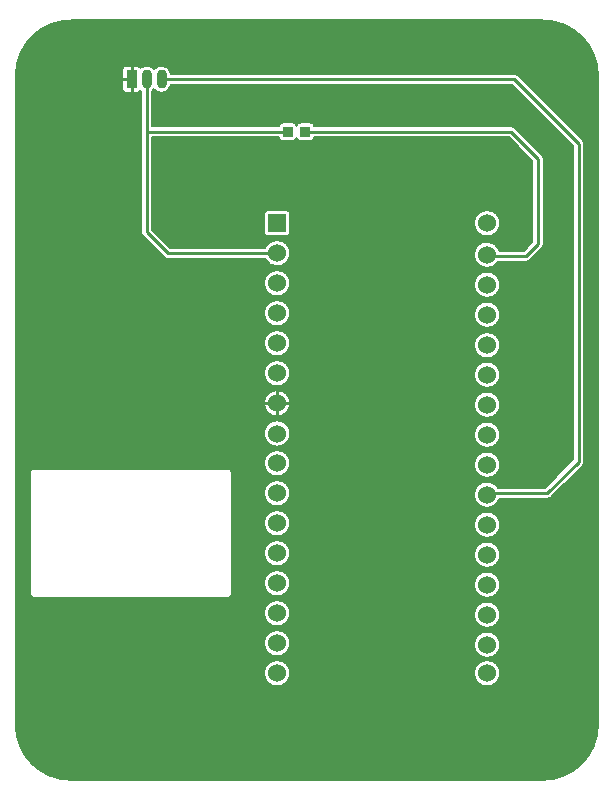
<source format=gtl>
G04 Layer: TopLayer*
G04 EasyEDA Pro v2.1.59.0ce47373.225d47, 2024-05-24 15:24:34*
G04 Gerber Generator version 0.3*
G04 Scale: 100 percent, Rotated: No, Reflected: No*
G04 Dimensions in millimeters*
G04 Leading zeros omitted, absolute positions, 3 integers and 5 decimals*
%FSLAX35Y35*%
%MOMM*%
%ADD8191C,0.2032*%
%ADD10C,0.254*%
%ADD11O,0.9X1.6*%
%ADD12R,0.9X1.6*%
%ADD13R,0.80648X0.86401*%
%ADD14R,1.524X1.524*%
%ADD15C,1.5273*%
%ADD16C,1.524*%
G75*


G04 Copper Start*
G36*
G01X-4503800Y25514D02*
G02X-4967986Y489700I0J464186D01*
G01Y5989700D01*
G02X-4503800Y6453886I464186J0D01*
G01X-503800D01*
G02X-39614Y5989700I0J-464186D01*
G01Y489700D01*
G02X-503800Y25514I-464186J0D01*
G01X-4503800D01*
G37*
%LPC*%
G36*
G01X-1089914Y2438557D02*
G03X-977900Y2326543I112014J0D01*
G03X-871819Y2402586I0J112014D01*
G01X-469900D01*
G03X-435595Y2416795I0J48514D01*
G01X-168895Y2683495D01*
G03X-154686Y2717800I-34305J34305D01*
G01Y5410200D01*
G03X-168895Y5444505I-48514J0D01*
G01X-714995Y5990605D01*
G03X-749300Y6004814I-34305J-34305D01*
G01X-3654124D01*
G03X-3733800Y6072114I-79676J-13514D01*
G03X-3797300Y6041286I0J-80814D01*
G03X-3860800Y6072114I-63500J-49986D01*
G03X-3911704Y6054067I0J-80814D01*
G03X-3942800Y6072114I-31096J-17767D01*
G01X-4032800D01*
G03X-4068614Y6036300I0J-35814D01*
G01Y5876300D01*
G03X-4032800Y5840486I35814J0D01*
G01X-3942800D01*
G03X-3911704Y5858533I0J35814D01*
G03X-3909314Y5856668I50904J62767D01*
G01Y5506925D01*
G01Y4660900D01*
G03X-3895105Y4626595I48514J0D01*
G01X-3717305Y4448795D01*
G03X-3683000Y4434586I34305J34305D01*
G01X-2856863D01*
G03X-2755900Y4371086I100963J48514D01*
G03X-2643886Y4483100I0J112014D01*
G03X-2755900Y4595114I-112014J0D01*
G03X-2856863Y4531614I0J-112014D01*
G01X-3662905D01*
G01X-3812286Y4680995D01*
G01Y5463286D01*
G01X-2741878D01*
G03X-2706460Y5432786I35418J5314D01*
G01X-2625813D01*
G03X-2590800Y5461066I0J35814D01*
G03X-2555787Y5432786I35013J7534D01*
G01X-2475140D01*
G03X-2439722Y5463286I0J35814D01*
G01X-794795D01*
G01X-594614Y5263105D01*
G01Y4579395D01*
G01X-667795Y4506214D01*
G01X-871713D01*
G03X-977900Y4582571I-106187J-35657D01*
G03X-1089914Y4470557I0J-112014D01*
G03X-977900Y4358543I112014J0D01*
G03X-884194Y4409186I0J112014D01*
G01X-647700D01*
G03X-613395Y4423395I0J48514D01*
G01X-511795Y4524995D01*
G03X-497586Y4559300I-34305J34305D01*
G01Y5283200D01*
G03X-511795Y5317505I-48514J0D01*
G01X-740395Y5546105D01*
G03X-774700Y5560314I-34305J-34305D01*
G01X-2439722D01*
G03X-2475140Y5590814I-35418J-5314D01*
G01X-2555787D01*
G03X-2590800Y5562534I0J-35814D01*
G03X-2625813Y5590814I-35013J-7534D01*
G01X-2706460D01*
G03X-2741878Y5560314I0J-35814D01*
G01X-3812286D01*
G01Y5856668D01*
G03X-3797300Y5871314I-48514J64632D01*
G03X-3733800Y5840486I63500J49986D01*
G03X-3654124Y5907786I0J80814D01*
G01X-769395D01*
G01X-251714Y5390105D01*
G01Y2737895D01*
G01X-489995Y2499614D01*
G01X-883990D01*
G03X-977900Y2550571I-93910J-61057D01*
G03X-1089914Y2438557I0J-112014D01*
G37*
G36*
G01X-3174900Y1564386D02*
G03X-3139086Y1600200I0J35814D01*
G01Y2624200D01*
G03X-3174900Y2660014I-35814J0D01*
G01X-4813300D01*
G03X-4849114Y2624200I0J-35814D01*
G01Y1600200D01*
G03X-4813300Y1564386I35814J0D01*
G01X-3174900D01*
G37*
G36*
G01X-977900Y1056543D02*
G03X-865886Y1168557I0J112014D01*
G03X-977900Y1280571I-112014J0D01*
G03X-1089914Y1168557I0J-112014D01*
G03X-977900Y1056543I112014J0D01*
G37*
G36*
G01X-2755900Y1069086D02*
G03X-2643886Y1181100I0J112014D01*
G03X-2755900Y1293114I-112014J0D01*
G03X-2867914Y1181100I0J-112014D01*
G03X-2755900Y1069086I112014J0D01*
G37*
G36*
G01X-1089914Y1422557D02*
G03X-977900Y1310543I112014J0D01*
G03X-865886Y1422557I0J112014D01*
G03X-977900Y1534571I-112014J0D01*
G03X-1089914Y1422557I0J-112014D01*
G37*
G36*
G01X-2755900Y1323086D02*
G03X-2643886Y1435100I0J112014D01*
G03X-2755900Y1547114I-112014J0D01*
G03X-2867914Y1435100I0J-112014D01*
G03X-2755900Y1323086I112014J0D01*
G37*
G36*
G01X-977900Y815086D02*
G03X-865886Y927100I0J112014D01*
G03X-977900Y1039114I-112014J0D01*
G03X-1089914Y927100I0J-112014D01*
G03X-977900Y815086I112014J0D01*
G37*
G36*
G01X-977900Y1564543D02*
G03X-865886Y1676557I0J112014D01*
G03X-977900Y1788571I-112014J0D01*
G03X-1089914Y1676557I0J-112014D01*
G03X-977900Y1564543I112014J0D01*
G37*
G36*
G01X-1089914Y1930557D02*
G03X-977900Y1818543I112014J0D01*
G03X-865886Y1930557I0J112014D01*
G03X-977900Y2042571I-112014J0D01*
G03X-1089914Y1930557I0J-112014D01*
G37*
G36*
G01X-977900Y2072543D02*
G03X-865886Y2184557I0J112014D01*
G03X-977900Y2296571I-112014J0D01*
G03X-1089914Y2184557I0J-112014D01*
G03X-977900Y2072543I112014J0D01*
G37*
G36*
G01X-2755900Y815086D02*
G03X-2643886Y927100I0J112014D01*
G03X-2755900Y1039114I-112014J0D01*
G03X-2867914Y927100I0J-112014D01*
G03X-2755900Y815086I112014J0D01*
G37*
G36*
G01X-2755900Y2593086D02*
G03X-2643886Y2705100I0J112014D01*
G03X-2755900Y2817114I-112014J0D01*
G03X-2867914Y2705100I0J-112014D01*
G03X-2755900Y2593086I112014J0D01*
G37*
G36*
G01X-1089914Y2946557D02*
G03X-977900Y2834543I112014J0D01*
G03X-865886Y2946557I0J112014D01*
G03X-977900Y3058571I-112014J0D01*
G03X-1089914Y2946557I0J-112014D01*
G37*
G36*
G01X-2867914Y2956926D02*
G03X-2755900Y2844912I112014J0D01*
G03X-2643886Y2956926I0J112014D01*
G03X-2755900Y3068940I-112014J0D01*
G03X-2867914Y2956926I0J-112014D01*
G37*
G36*
G01X-1089914Y3200557D02*
G03X-977900Y3088543I112014J0D01*
G03X-865886Y3200557I0J112014D01*
G03X-977900Y3312571I-112014J0D01*
G03X-1089914Y3200557I0J-112014D01*
G37*
G36*
G01X-2755900Y3101086D02*
G03X-2643886Y3213100I0J112014D01*
G03X-2755900Y3325114I-112014J0D01*
G03X-2867914Y3213100I0J-112014D01*
G03X-2755900Y3101086I112014J0D01*
G37*
G36*
G01X-1089914Y3454557D02*
G03X-977900Y3342543I112014J0D01*
G03X-865886Y3454557I0J112014D01*
G03X-977900Y3566571I-112014J0D01*
G03X-1089914Y3454557I0J-112014D01*
G37*
G36*
G01X-2755900Y3355086D02*
G03X-2643886Y3467100I0J112014D01*
G03X-2755900Y3579114I-112014J0D01*
G03X-2867914Y3467100I0J-112014D01*
G03X-2755900Y3355086I112014J0D01*
G37*
G36*
G01X-1089914Y3704350D02*
G03X-977900Y3592336I112014J0D01*
G03X-865886Y3704350I0J112014D01*
G03X-977900Y3816364I-112014J0D01*
G03X-1089914Y3704350I0J-112014D01*
G37*
G36*
G01X-2867914Y3721100D02*
G03X-2755900Y3609086I112014J0D01*
G03X-2643886Y3721100I0J112014D01*
G03X-2755900Y3833114I-112014J0D01*
G03X-2867914Y3721100I0J-112014D01*
G37*
G36*
G01X-1089914Y3962557D02*
G03X-977900Y3850543I112014J0D01*
G03X-865886Y3962557I0J112014D01*
G03X-977900Y4074571I-112014J0D01*
G03X-1089914Y3962557I0J-112014D01*
G37*
G36*
G01X-2755900Y3863086D02*
G03X-2643886Y3975100I0J112014D01*
G03X-2755900Y4087114I-112014J0D01*
G03X-2867914Y3975100I0J-112014D01*
G03X-2755900Y3863086I112014J0D01*
G37*
G36*
G01X-1089914Y4216557D02*
G03X-977900Y4104543I112014J0D01*
G03X-865886Y4216557I0J112014D01*
G03X-977900Y4328571I-112014J0D01*
G03X-1089914Y4216557I0J-112014D01*
G37*
G36*
G01X-2867914Y4229100D02*
G03X-2755900Y4117086I112014J0D01*
G03X-2643886Y4229100I0J112014D01*
G03X-2755900Y4341114I-112014J0D01*
G03X-2867914Y4229100I0J-112014D01*
G37*
G36*
G01X-2755900Y1577086D02*
G03X-2643886Y1689100I0J112014D01*
G03X-2755900Y1801114I-112014J0D01*
G03X-2867914Y1689100I0J-112014D01*
G03X-2755900Y1577086I112014J0D01*
G37*
G36*
G01X-2755900Y1831086D02*
G03X-2643886Y1943100I0J112014D01*
G03X-2755900Y2055114I-112014J0D01*
G03X-2867914Y1943100I0J-112014D01*
G03X-2755900Y1831086I112014J0D01*
G37*
G36*
G01X-2867914Y2197100D02*
G03X-2755900Y2085086I112014J0D01*
G03X-2643886Y2197100I0J112014D01*
G03X-2755900Y2309114I-112014J0D01*
G03X-2867914Y2197100I0J-112014D01*
G37*
G36*
G01X-2755900Y2339086D02*
G03X-2643886Y2451100I0J112014D01*
G03X-2755900Y2563114I-112014J0D01*
G03X-2867914Y2451100I0J-112014D01*
G03X-2755900Y2339086I112014J0D01*
G37*
G36*
G01X-977900Y2580543D02*
G03X-865886Y2692557I0J112014D01*
G03X-977900Y2804571I-112014J0D01*
G03X-1089914Y2692557I0J-112014D01*
G03X-977900Y2580543I112014J0D01*
G37*
G36*
G01X-2867914Y4660900D02*
G03X-2832100Y4625086I35814J0D01*
G01X-2679700D01*
G03X-2643886Y4660900I0J35814D01*
G01Y4813300D01*
G03X-2679700Y4849114I-35814J0D01*
G01X-2832100D01*
G03X-2867914Y4813300I0J-35814D01*
G01Y4660900D01*
G37*
G36*
G01X-1089914Y4737100D02*
G03X-977900Y4625086I112014J0D01*
G03X-865886Y4737100I0J112014D01*
G03X-977900Y4849114I-112014J0D01*
G03X-1089914Y4737100I0J-112014D01*
G37*
%LPD*%
G54D8191*
G01X-4503800Y25514D02*
G02X-4967986Y489700I0J464186D01*
G01Y5989700D01*
G02X-4503800Y6453886I464186J0D01*
G01X-503800D01*
G02X-39614Y5989700I0J-464186D01*
G01Y489700D01*
G02X-503800Y25514I-464186J0D01*
G01X-4503800D01*
G01X-1089914Y2438557D02*
G03X-977900Y2326543I112014J0D01*
G03X-871819Y2402586I0J112014D01*
G01X-469900D01*
G03X-435595Y2416795I0J48514D01*
G01X-168895Y2683495D01*
G03X-154686Y2717800I-34305J34305D01*
G01Y5410200D01*
G03X-168895Y5444505I-48514J0D01*
G01X-714995Y5990605D01*
G03X-749300Y6004814I-34305J-34305D01*
G01X-3654124D01*
G03X-3733800Y6072114I-79676J-13514D01*
G03X-3797300Y6041286I0J-80814D01*
G03X-3860800Y6072114I-63500J-49986D01*
G03X-3911704Y6054067I0J-80814D01*
G03X-3942800Y6072114I-31096J-17767D01*
G01X-4032800D01*
G03X-4068614Y6036300I0J-35814D01*
G01Y5876300D01*
G03X-4032800Y5840486I35814J0D01*
G01X-3942800D01*
G03X-3911704Y5858533I0J35814D01*
G03X-3909314Y5856668I50904J62767D01*
G01Y5506925D01*
G01Y4660900D01*
G03X-3895105Y4626595I48514J0D01*
G01X-3717305Y4448795D01*
G03X-3683000Y4434586I34305J34305D01*
G01X-2856863D01*
G03X-2755900Y4371086I100963J48514D01*
G03X-2643886Y4483100I0J112014D01*
G03X-2755900Y4595114I-112014J0D01*
G03X-2856863Y4531614I0J-112014D01*
G01X-3662905D01*
G01X-3812286Y4680995D01*
G01Y5463286D01*
G01X-2741878D01*
G03X-2706460Y5432786I35418J5314D01*
G01X-2625813D01*
G03X-2590800Y5461066I0J35814D01*
G03X-2555787Y5432786I35013J7534D01*
G01X-2475140D01*
G03X-2439722Y5463286I0J35814D01*
G01X-794795D01*
G01X-594614Y5263105D01*
G01Y4579395D01*
G01X-667795Y4506214D01*
G01X-871713D01*
G03X-977900Y4582571I-106187J-35657D01*
G03X-1089914Y4470557I0J-112014D01*
G03X-977900Y4358543I112014J0D01*
G03X-884194Y4409186I0J112014D01*
G01X-647700D01*
G03X-613395Y4423395I0J48514D01*
G01X-511795Y4524995D01*
G03X-497586Y4559300I-34305J34305D01*
G01Y5283200D01*
G03X-511795Y5317505I-48514J0D01*
G01X-740395Y5546105D01*
G03X-774700Y5560314I-34305J-34305D01*
G01X-2439722D01*
G03X-2475140Y5590814I-35418J-5314D01*
G01X-2555787D01*
G03X-2590800Y5562534I0J-35814D01*
G03X-2625813Y5590814I-35013J-7534D01*
G01X-2706460D01*
G03X-2741878Y5560314I0J-35814D01*
G01X-3812286D01*
G01Y5856668D01*
G03X-3797300Y5871314I-48514J64632D01*
G03X-3733800Y5840486I63500J49986D01*
G03X-3654124Y5907786I0J80814D01*
G01X-769395D01*
G01X-251714Y5390105D01*
G01Y2737895D01*
G01X-489995Y2499614D01*
G01X-883990D01*
G03X-977900Y2550571I-93910J-61057D01*
G03X-1089914Y2438557I0J-112014D01*
G01X-3174900Y1564386D02*
G03X-3139086Y1600200I0J35814D01*
G01Y2624200D01*
G03X-3174900Y2660014I-35814J0D01*
G01X-4813300D01*
G03X-4849114Y2624200I0J-35814D01*
G01Y1600200D01*
G03X-4813300Y1564386I35814J0D01*
G01X-3174900D01*
G01X-977900Y1056543D02*
G03X-865886Y1168557I0J112014D01*
G03X-977900Y1280571I-112014J0D01*
G03X-1089914Y1168557I0J-112014D01*
G03X-977900Y1056543I112014J0D01*
G01X-2755900Y1069086D02*
G03X-2643886Y1181100I0J112014D01*
G03X-2755900Y1293114I-112014J0D01*
G03X-2867914Y1181100I0J-112014D01*
G03X-2755900Y1069086I112014J0D01*
G01X-1089914Y1422557D02*
G03X-977900Y1310543I112014J0D01*
G03X-865886Y1422557I0J112014D01*
G03X-977900Y1534571I-112014J0D01*
G03X-1089914Y1422557I0J-112014D01*
G01X-2755900Y1323086D02*
G03X-2643886Y1435100I0J112014D01*
G03X-2755900Y1547114I-112014J0D01*
G03X-2867914Y1435100I0J-112014D01*
G03X-2755900Y1323086I112014J0D01*
G01X-977900Y815086D02*
G03X-865886Y927100I0J112014D01*
G03X-977900Y1039114I-112014J0D01*
G03X-1089914Y927100I0J-112014D01*
G03X-977900Y815086I112014J0D01*
G01X-977900Y1564543D02*
G03X-865886Y1676557I0J112014D01*
G03X-977900Y1788571I-112014J0D01*
G03X-1089914Y1676557I0J-112014D01*
G03X-977900Y1564543I112014J0D01*
G01X-1089914Y1930557D02*
G03X-977900Y1818543I112014J0D01*
G03X-865886Y1930557I0J112014D01*
G03X-977900Y2042571I-112014J0D01*
G03X-1089914Y1930557I0J-112014D01*
G01X-977900Y2072543D02*
G03X-865886Y2184557I0J112014D01*
G03X-977900Y2296571I-112014J0D01*
G03X-1089914Y2184557I0J-112014D01*
G03X-977900Y2072543I112014J0D01*
G01X-2755900Y815086D02*
G03X-2643886Y927100I0J112014D01*
G03X-2755900Y1039114I-112014J0D01*
G03X-2867914Y927100I0J-112014D01*
G03X-2755900Y815086I112014J0D01*
G01X-2755900Y2593086D02*
G03X-2643886Y2705100I0J112014D01*
G03X-2755900Y2817114I-112014J0D01*
G03X-2867914Y2705100I0J-112014D01*
G03X-2755900Y2593086I112014J0D01*
G01X-1089914Y2946557D02*
G03X-977900Y2834543I112014J0D01*
G03X-865886Y2946557I0J112014D01*
G03X-977900Y3058571I-112014J0D01*
G03X-1089914Y2946557I0J-112014D01*
G01X-2867914Y2956926D02*
G03X-2755900Y2844912I112014J0D01*
G03X-2643886Y2956926I0J112014D01*
G03X-2755900Y3068940I-112014J0D01*
G03X-2867914Y2956926I0J-112014D01*
G01X-1089914Y3200557D02*
G03X-977900Y3088543I112014J0D01*
G03X-865886Y3200557I0J112014D01*
G03X-977900Y3312571I-112014J0D01*
G03X-1089914Y3200557I0J-112014D01*
G01X-2755900Y3101086D02*
G03X-2643886Y3213100I0J112014D01*
G03X-2755900Y3325114I-112014J0D01*
G03X-2867914Y3213100I0J-112014D01*
G03X-2755900Y3101086I112014J0D01*
G01X-1089914Y3454557D02*
G03X-977900Y3342543I112014J0D01*
G03X-865886Y3454557I0J112014D01*
G03X-977900Y3566571I-112014J0D01*
G03X-1089914Y3454557I0J-112014D01*
G01X-2755900Y3355086D02*
G03X-2643886Y3467100I0J112014D01*
G03X-2755900Y3579114I-112014J0D01*
G03X-2867914Y3467100I0J-112014D01*
G03X-2755900Y3355086I112014J0D01*
G01X-1089914Y3704350D02*
G03X-977900Y3592336I112014J0D01*
G03X-865886Y3704350I0J112014D01*
G03X-977900Y3816364I-112014J0D01*
G03X-1089914Y3704350I0J-112014D01*
G01X-2867914Y3721100D02*
G03X-2755900Y3609086I112014J0D01*
G03X-2643886Y3721100I0J112014D01*
G03X-2755900Y3833114I-112014J0D01*
G03X-2867914Y3721100I0J-112014D01*
G01X-1089914Y3962557D02*
G03X-977900Y3850543I112014J0D01*
G03X-865886Y3962557I0J112014D01*
G03X-977900Y4074571I-112014J0D01*
G03X-1089914Y3962557I0J-112014D01*
G01X-2755900Y3863086D02*
G03X-2643886Y3975100I0J112014D01*
G03X-2755900Y4087114I-112014J0D01*
G03X-2867914Y3975100I0J-112014D01*
G03X-2755900Y3863086I112014J0D01*
G01X-1089914Y4216557D02*
G03X-977900Y4104543I112014J0D01*
G03X-865886Y4216557I0J112014D01*
G03X-977900Y4328571I-112014J0D01*
G03X-1089914Y4216557I0J-112014D01*
G01X-2867914Y4229100D02*
G03X-2755900Y4117086I112014J0D01*
G03X-2643886Y4229100I0J112014D01*
G03X-2755900Y4341114I-112014J0D01*
G03X-2867914Y4229100I0J-112014D01*
G01X-2755900Y1577086D02*
G03X-2643886Y1689100I0J112014D01*
G03X-2755900Y1801114I-112014J0D01*
G03X-2867914Y1689100I0J-112014D01*
G03X-2755900Y1577086I112014J0D01*
G01X-2755900Y1831086D02*
G03X-2643886Y1943100I0J112014D01*
G03X-2755900Y2055114I-112014J0D01*
G03X-2867914Y1943100I0J-112014D01*
G03X-2755900Y1831086I112014J0D01*
G01X-2867914Y2197100D02*
G03X-2755900Y2085086I112014J0D01*
G03X-2643886Y2197100I0J112014D01*
G03X-2755900Y2309114I-112014J0D01*
G03X-2867914Y2197100I0J-112014D01*
G01X-2755900Y2339086D02*
G03X-2643886Y2451100I0J112014D01*
G03X-2755900Y2563114I-112014J0D01*
G03X-2867914Y2451100I0J-112014D01*
G03X-2755900Y2339086I112014J0D01*
G01X-977900Y2580543D02*
G03X-865886Y2692557I0J112014D01*
G03X-977900Y2804571I-112014J0D01*
G03X-1089914Y2692557I0J-112014D01*
G03X-977900Y2580543I112014J0D01*
G01X-2867914Y4660900D02*
G03X-2832100Y4625086I35814J0D01*
G01X-2679700D01*
G03X-2643886Y4660900I0J35814D01*
G01Y4813300D01*
G03X-2679700Y4849114I-35814J0D01*
G01X-2832100D01*
G03X-2867914Y4813300I0J-35814D01*
G01Y4660900D01*
G01X-1089914Y4737100D02*
G03X-977900Y4625086I112014J0D01*
G03X-865886Y4737100I0J112014D01*
G03X-977900Y4849114I-112014J0D01*
G03X-1089914Y4737100I0J-112014D01*
G54D10*
G01X-3987800Y5956300D02*
G01X-4058708Y5956300D01*
G01X-3987800Y5956300D02*
G01X-3987800Y6062208D01*
G01X-3987800Y5956300D02*
G01X-3987800Y5850392D01*
G01X-2755900Y3213100D02*
G01X-2858008Y3213100D01*
G01X-2755900Y3213100D02*
G01X-2653792Y3213100D01*
G01X-2755900Y3213100D02*
G01X-2755900Y3315208D01*
G01X-2755900Y3213100D02*
G01X-2755900Y3110992D01*
G04 Copper End*

G04 Pad Start*
G54D11*
G01X-3733800Y5956300D03*
G01X-3860800Y5956300D03*
G54D12*
G01X-3987800Y5956300D03*
G54D13*
G01X-2515464Y5511800D03*
G01X-2666136Y5511800D03*
G54D14*
G01X-2755900Y4737100D03*
G54D16*
G01X-2755900Y4483100D03*
G01X-2755900Y4229100D03*
G01X-2755900Y3975100D03*
G01X-2755900Y3721100D03*
G01X-2755900Y3467100D03*
G01X-2755900Y3213100D03*
G01X-2755900Y2956926D03*
G01X-2755900Y2705100D03*
G01X-2755900Y2451100D03*
G01X-2755900Y2197100D03*
G01X-2755900Y1943100D03*
G01X-2755900Y1689100D03*
G01X-2755900Y1181100D03*
G01X-2755900Y927100D03*
G01X-2755900Y1435100D03*
G01X-977900Y927100D03*
G01X-977900Y4470557D03*
G01X-977900Y4216557D03*
G01X-977900Y3962557D03*
G01X-977900Y3704350D03*
G01X-977900Y3454557D03*
G01X-977900Y3200557D03*
G01X-977900Y2946557D03*
G01X-977900Y2692557D03*
G01X-977900Y2438557D03*
G01X-977900Y2184557D03*
G01X-977900Y1930557D03*
G01X-977900Y1676557D03*
G01X-977900Y1422557D03*
G01X-977900Y1168557D03*
G01X-977900Y4737100D03*
G04 Pad End*

G04 Track Start*
G54D10*
G01X-2515464Y5511800D02*
G01X-774700Y5511800D01*
G01X-546100Y5283200D01*
G01Y4559300D01*
G01X-647700Y4457700D01*
G01X-965043D01*
G01X-977900Y4470557D01*
G01X-3860800Y4660900D02*
G01X-3683000Y4483100D01*
G01X-2755900D01*
G01X-2666136Y5511800D02*
G01X-3855925Y5511800D01*
G01X-3860800Y5506925D01*
G01X-3860800Y5956300D02*
G01X-3860800Y5506925D01*
G01Y4660900D01*
G01X-965357Y2451100D02*
G01X-977900Y2438557D01*
G01X-469900Y2451100D02*
G01X-965357Y2451100D01*
G01X-203200Y2717800D02*
G01X-469900Y2451100D01*
G01X-203200Y5410200D02*
G01X-203200Y2717800D01*
G01X-749300Y5956300D02*
G01X-203200Y5410200D01*
G01X-3733800Y5956300D02*
G01X-749300Y5956300D01*
G04 Track End*

M02*

</source>
